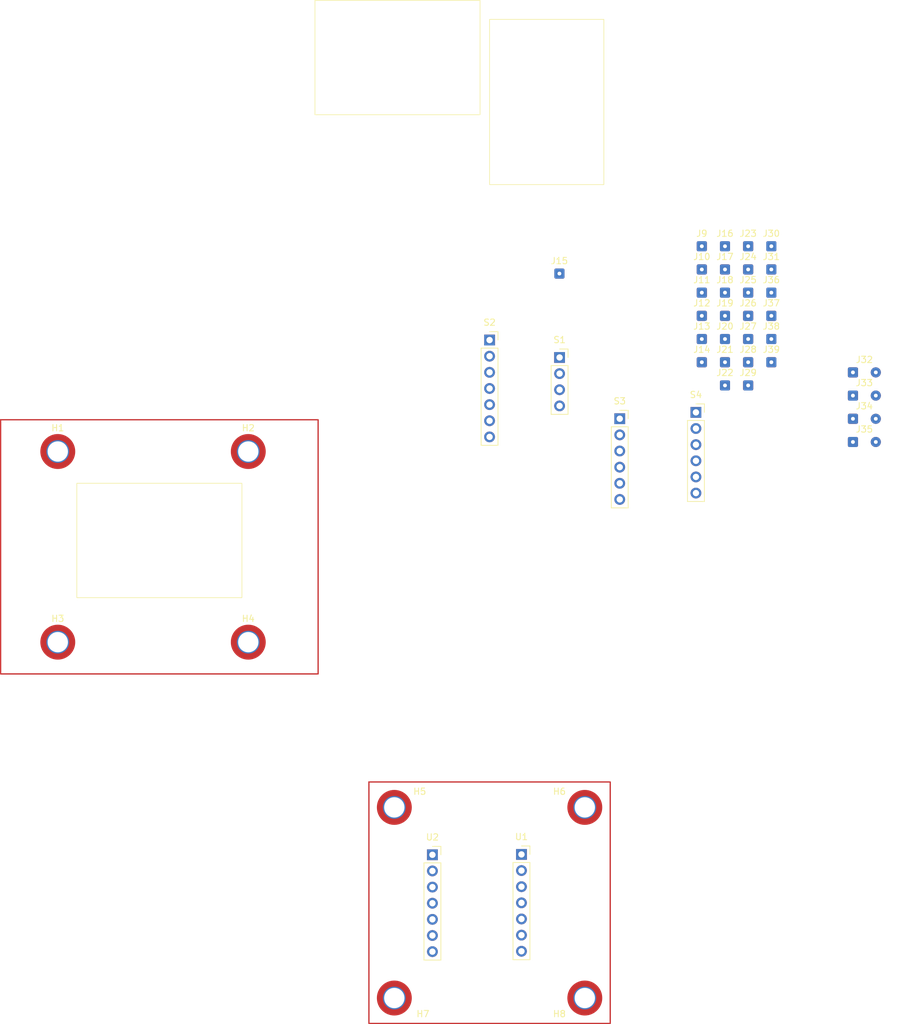
<source format=kicad_pcb>
(kicad_pcb (version 20241229) (generator "pcbnew") (generator_version "9.0")
  (layers (0 "F.Cu" signal) (2 "B.Cu" signal) (13 "F.Paste" user) (15 "B.Paste" user) (5 "F.SilkS" user "F.Silkscreen") (7 "B.SilkS" user "B.Silkscreen") (1 "F.Mask" user) (3 "B.Mask" user) (25 "Edge.Cuts" user))
  (net 0 "")
  (net 1 "/VCC_3V3_MCU")
  (net 2 "/GPIO9")
  (net 3 "/GPIO8")
  (net 4 "/GPIO7")
  (net 5 "/GPIO44")
  (net 6 "/GPIO1")
  (net 7 "/GPIO2")
  (net 8 "/GPIO3")
  (net 9 "/GPIO4")
  (net 10 "/SDA")
  (net 11 "/SCL")
  (net 12 "/GPIO43")
  (net 13 "/VCC_3V3_Sensors")
  (net 14 "/AD0")
  (net 15 "/FSYNC_IN")
  (net 16 "/SCL_EXT")
  (net 17 "/SDA_EXT")
  (net 18 "/CLKIN")
  (net 19 "/INT")
  (net 20 "/SDO{slash}ADR_3V")
  (net 21 "/CS_5V")
  (net 22 "GND")
  (net 23 "Net-(J32-Pin_1)")
  (net 24 "Net-(J33-Pin_1)")
  (net 25 "Net-(J34-Pin_1)")
  (net 26 "Net-(J35-Pin_1)")
  (footprint "Connector_Wire:SolderWire-0.1sqmm_1x01_D0.4mm_OD1mm" (layer "F.Cu") (at 183.425 74.35)
    (property "Reference" "J10" (at 0 -2 0) (layer "F.SilkS"))
    (property "Value" "GPIO9_TH")
    (pad "1" thru_hole roundrect (at 0 0) (size 1.6 1.6) (drill 0.6) (layers "*.Cu" "*.Mask") (roundrect_rratio 0.15625) (net 2 "/GPIO9"))
  )
  (footprint "MountingHole:MountingHole_3.2mm_M3_ISO14580_Pad_TopOnly" (layer "F.Cu") (at 135 159)
    (property "Reference" "H5" (at 4 -2.5 0) (layer "F.SilkS"))
    (property "Value" "MountingHole")
    (pad "1" thru_hole circle (at 0 0) (size 3.6 3.6) (drill 3.2) (layers "*.Cu" "*.Mask"))
    (pad "1" connect circle (at 0 0) (size 5.5 5.5) (layers "F.Cu" "F.Mask"))
  )
  (footprint "Connector_PinSocket_2.54mm:PinSocket_1x06_P2.54mm_Vertical" (layer "F.Cu") (at 182.5 96.84)
    (property "Reference" "S4" (at 0 -2.77 0) (layer "F.SilkS"))
    (property "Value" "AF-MPU6050-Accel/Gyro-L")
    (fp_line (start -1.33 1.27) (end -1.33 14.03) (stroke (width 0.12)) (layer "F.SilkS"))
    (fp_line (start -1.33 1.27) (end 1.33 1.27) (stroke (width 0.12)) (layer "F.SilkS"))
    (fp_line (start -1.33 14.03) (end 1.33 14.03) (stroke (width 0.12)) (layer "F.SilkS"))
    (fp_line (start 0 -1.33) (end 1.33 -1.33) (stroke (width 0.12)) (layer "F.SilkS"))
    (fp_line (start 1.33 -1.33) (end 1.33 0) (stroke (width 0.12)) (layer "F.SilkS"))
    (fp_line (start 1.33 1.27) (end 1.33 14.03) (stroke (width 0.12)) (layer "F.SilkS"))
    (pad "1" thru_hole rect (at 0 0) (size 1.7 1.7) (drill 1) (layers "*.Cu" "*.Mask") (net 14 "/AD0"))
    (pad "2" thru_hole circle (at 0 2.54) (size 1.7 1.7) (drill 1) (layers "*.Cu" "*.Mask") (net 15 "/FSYNC_IN"))
    (pad "3" thru_hole circle (at 0 5.08) (size 1.7 1.7) (drill 1) (layers "*.Cu" "*.Mask") (net 16 "/SCL_EXT"))
    (pad "4" thru_hole circle (at 0 7.62) (size 1.7 1.7) (drill 1) (layers "*.Cu" "*.Mask") (net 17 "/SDA_EXT"))
    (pad "5" thru_hole circle (at 0 10.16) (size 1.7 1.7) (drill 1) (layers "*.Cu" "*.Mask") (net 18 "/CLKIN"))
    (pad "6" thru_hole circle (at 0 12.7) (size 1.7 1.7) (drill 1) (layers "*.Cu" "*.Mask") (net 22 "GND"))
  )
  (footprint "MountingHole:MountingHole_3.2mm_M3_ISO14580_Pad_TopOnly" (layer "F.Cu") (at 165 159)
    (property "Reference" "H6" (at -4 -2.5 0) (layer "F.SilkS"))
    (property "Value" "MountingHole")
    (pad "1" thru_hole circle (at 0 0) (size 3.6 3.6) (drill 3.2) (layers "*.Cu" "*.Mask"))
    (pad "1" connect circle (at 0 0) (size 5.5 5.5) (layers "F.Cu" "F.Mask"))
  )
  (footprint "Connector_Wire:SolderWire-0.1sqmm_1x01_D0.4mm_OD1mm" (layer "F.Cu") (at 183.425 70.7)
    (property "Reference" "J9" (at 0 -2 0) (layer "F.SilkS"))
    (property "Value" "Conn_01x01")
    (pad "1" thru_hole roundrect (at 0 0) (size 1.6 1.6) (drill 0.6) (layers "*.Cu" "*.Mask") (roundrect_rratio 0.15625) (net 1 "/VCC_3V3_MCU"))
  )
  (footprint "Connector_Wire:SolderWire-0.1sqmm_1x01_D0.4mm_OD1mm" (layer "F.Cu") (at 187.075 88.95)
    (property "Reference" "J21" (at 0 -2 0) (layer "F.SilkS"))
    (property "Value" "Conn_01x01")
    (pad "1" thru_hole roundrect (at 0 0) (size 1.6 1.6) (drill 0.6) (layers "*.Cu" "*.Mask") (roundrect_rratio 0.15625) (net 13 "/VCC_3V3_Sensors"))
  )
  (footprint "Connector_PinSocket_2.54mm:PinSocket_1x07_P2.54mm_Vertical" (layer "F.Cu") (at 155.025 166.4)
    (property "Reference" "U1" (at 0 -2.77 0) (layer "F.SilkS"))
    (property "Value" "Seeed-XIAO-ESP32-S3-Module-R")
    (fp_line (start -1.33 1.27) (end -1.33 16.57) (stroke (width 0.12)) (layer "F.SilkS"))
    (fp_line (start -1.33 1.27) (end 1.33 1.27) (stroke (width 0.12)) (layer "F.SilkS"))
    (fp_line (start -1.33 16.57) (end 1.33 16.57) (stroke (width 0.12)) (layer "F.SilkS"))
    (fp_line (start 0 -1.33) (end 1.33 -1.33) (stroke (width 0.12)) (layer "F.SilkS"))
    (fp_line (start 1.33 -1.33) (end 1.33 0) (stroke (width 0.12)) (layer "F.SilkS"))
    (fp_line (start 1.33 1.27) (end 1.33 16.57) (stroke (width 0.12)) (layer "F.SilkS"))
    (pad "1" thru_hole rect (at 0 0) (size 1.7 1.7) (drill 1) (layers "*.Cu" "*.Mask"))
    (pad "2" thru_hole circle (at 0 2.54) (size 1.7 1.7) (drill 1) (layers "*.Cu" "*.Mask") (net 22 "GND"))
    (pad "3" thru_hole circle (at 0 5.08) (size 1.7 1.7) (drill 1) (layers "*.Cu" "*.Mask") (net 1 "/VCC_3V3_MCU"))
    (pad "4" thru_hole circle (at 0 7.62) (size 1.7 1.7) (drill 1) (layers "*.Cu" "*.Mask") (net 2 "/GPIO9"))
    (pad "5" thru_hole circle (at 0 10.16) (size 1.7 1.7) (drill 1) (layers "*.Cu" "*.Mask") (net 3 "/GPIO8"))
    (pad "6" thru_hole circle (at 0 12.7) (size 1.7 1.7) (drill 1) (layers "*.Cu" "*.Mask") (net 4 "/GPIO7"))
    (pad "7" thru_hole circle (at 0 15.24) (size 1.7 1.7) (drill 1) (layers "*.Cu" "*.Mask") (net 5 "/GPIO44"))
  )
  (footprint "Connector_Wire:SolderWire-0.1sqmm_1x01_D0.4mm_OD1mm" (layer "F.Cu") (at 190.725 85.3)
    (property "Reference" "J27" (at 0 -2 0) (layer "F.SilkS"))
    (property "Value" "Conn_01x01")
    (pad "1" thru_hole roundrect (at 0 0) (size 1.6 1.6) (drill 0.6) (layers "*.Cu" "*.Mask") (roundrect_rratio 0.15625) (net 19 "/INT"))
  )
  (footprint "Connector_Wire:SolderWire-0.1sqmm_1x01_D0.4mm_OD1mm" (layer "F.Cu") (at 194.375 78)
    (property "Reference" "J36" (at 0 -2 0) (layer "F.SilkS"))
    (property "Value" "Conn_MCUtoESC_1")
    (pad "1" thru_hole roundrect (at 0 0) (size 1.6 1.6) (drill 0.6) (layers "*.Cu" "*.Mask") (roundrect_rratio 0.15625) (net 23 "Net-(J32-Pin_1)"))
  )
  (footprint "Connector_Wire:SolderWire-0.1sqmm_1x01_D0.4mm_OD1mm" (layer "F.Cu") (at 190.725 74.35)
    (property "Reference" "J24" (at 0 -2 0) (layer "F.SilkS"))
    (property "Value" "Conn_01x01")
    (pad "1" thru_hole roundrect (at 0 0) (size 1.6 1.6) (drill 0.6) (layers "*.Cu" "*.Mask") (roundrect_rratio 0.15625) (net 16 "/SCL_EXT"))
  )
  (footprint "Connector_Wire:SolderWire-0.1sqmm_1x01_D0.4mm_OD1mm" (layer "F.Cu") (at 194.375 81.65)
    (property "Reference" "J37" (at 0 -2 0) (layer "F.SilkS"))
    (property "Value" "Conn_MCUtoESC_2")
    (pad "1" thru_hole roundrect (at 0 0) (size 1.6 1.6) (drill 0.6) (layers "*.Cu" "*.Mask") (roundrect_rratio 0.15625) (net 24 "Net-(J33-Pin_1)"))
  )
  (footprint "Connector_Wire:SolderWire-0.1sqmm_1x01_D0.4mm_OD1mm" (layer "F.Cu") (at 187.075 70.7)
    (property "Reference" "J16" (at 0 -2 0) (layer "F.SilkS"))
    (property "Value" "Conn_01x01")
    (pad "1" thru_hole roundrect (at 0 0) (size 1.6 1.6) (drill 0.6) (layers "*.Cu" "*.Mask") (roundrect_rratio 0.15625) (net 8 "/GPIO3"))
  )
  (footprint "Connector_PinSocket_2.54mm:PinSocket_1x06_P2.54mm_Vertical" (layer "F.Cu") (at 170.5 97.84)
    (property "Reference" "S3" (at 0 -2.77 0) (layer "F.SilkS"))
    (property "Value" "AF-MPU6050-Accel/Gyro-R")
    (fp_line (start -1.33 1.27) (end -1.33 14.03) (stroke (width 0.12)) (layer "F.SilkS"))
    (fp_line (start -1.33 1.27) (end 1.33 1.27) (stroke (width 0.12)) (layer "F.SilkS"))
    (fp_line (start -1.33 14.03) (end 1.33 14.03) (stroke (width 0.12)) (layer "F.SilkS"))
    (fp_line (start 0 -1.33) (end 1.33 -1.33) (stroke (width 0.12)) (layer "F.SilkS"))
    (fp_line (start 1.33 -1.33) (end 1.33 0) (stroke (width 0.12)) (layer "F.SilkS"))
    (fp_line (start 1.33 1.27) (end 1.33 14.03) (stroke (width 0.12)) (layer "F.SilkS"))
    (pad "1" thru_hole rect (at 0 0) (size 1.7 1.7) (drill 1) (layers "*.Cu" "*.Mask") (net 13 "/VCC_3V3_Sensors"))
    (pad "2" thru_hole circle (at 0 2.54) (size 1.7 1.7) (drill 1) (layers "*.Cu" "*.Mask"))
    (pad "3" thru_hole circle (at 0 5.08) (size 1.7 1.7) (drill 1) (layers "*.Cu" "*.Mask") (net 22 "GND"))
    (pad "4" thru_hole circle (at 0 7.62) (size 1.7 1.7) (drill 1) (layers "*.Cu" "*.Mask") (net 11 "/SCL"))
    (pad "5" thru_hole circle (at 0 10.16) (size 1.7 1.7) (drill 1) (layers "*.Cu" "*.Mask") (net 10 "/SDA"))
    (pad "6" thru_hole circle (at 0 12.7) (size 1.7 1.7) (drill 1) (layers "*.Cu" "*.Mask") (net 19 "/INT"))
  )
  (footprint "Connector_Wire:SolderWire-0.1sqmm_1x01_D0.4mm_OD1mm" (layer "F.Cu") (at 183.425 85.3)
    (property "Reference" "J13" (at 0 -2 0) (layer "F.SilkS"))
    (property "Value" "GPIO44 TH")
    (pad "1" thru_hole roundrect (at 0 0) (size 1.6 1.6) (drill 0.6) (layers "*.Cu" "*.Mask") (roundrect_rratio 0.15625) (net 5 "/GPIO44"))
  )
  (footprint "Connector_Wire:SolderWire-0.1sqmm_1x01_D0.4mm_OD1mm" (layer "F.Cu") (at 194.375 88.95)
    (property "Reference" "J39" (at 0 -2 0) (layer "F.SilkS"))
    (property "Value" "Conn_MCUtoESC_4")
    (pad "1" thru_hole roundrect (at 0 0) (size 1.6 1.6) (drill 0.6) (layers "*.Cu" "*.Mask") (roundrect_rratio 0.15625) (net 26 "Net-(J35-Pin_1)"))
  )
  (footprint "Connector_Wire:SolderWire-0.1sqmm_1x01_D0.4mm_OD1mm" (layer "F.Cu") (at 183.425 78)
    (property "Reference" "J11" (at 0 -2 0) (layer "F.SilkS"))
    (property "Value" "GPIO8 TH")
    (pad "1" thru_hole roundrect (at 0 0) (size 1.6 1.6) (drill 0.6) (layers "*.Cu" "*.Mask") (roundrect_rratio 0.15625) (net 3 "/GPIO8"))
  )
  (footprint "Connector_Wire:SolderWire-0.1sqmm_1x01_D0.4mm_OD1mm" (layer "F.Cu") (at 161 75)
    (property "Reference" "J15" (at 0 -2 0) (layer "F.SilkS"))
    (property "Value" "Conn_01x01")
    (pad "1" thru_hole roundrect (at 0 0) (size 1.6 1.6) (drill 0.6) (layers "*.Cu" "*.Mask") (roundrect_rratio 0.15625) (net 7 "/GPIO2"))
  )
  (footprint "Connector_Wire:SolderWire-0.1sqmm_1x01_D0.4mm_OD1mm" (layer "F.Cu") (at 190.725 70.7)
    (property "Reference" "J23" (at 0 -2 0) (layer "F.SilkS"))
    (property "Value" "Conn_01x01")
    (pad "1" thru_hole roundrect (at 0 0) (size 1.6 1.6) (drill 0.6) (layers "*.Cu" "*.Mask") (roundrect_rratio 0.15625) (net 15 "/FSYNC_IN"))
  )
  (footprint "Connector_Wire:SolderWire-0.1sqmm_1x01_D0.4mm_OD1mm" (layer "F.Cu") (at 183.425 88.95)
    (property "Reference" "J14" (at 0 -2 0) (layer "F.SilkS"))
    (property "Value" "Conn_01x01")
    (pad "1" thru_hole roundrect (at 0 0) (size 1.6 1.6) (drill 0.6) (layers "*.Cu" "*.Mask") (roundrect_rratio 0.15625) (net 6 "/GPIO1"))
  )
  (footprint "Connector_Wire:SolderWire-0.1sqmm_1x01_D0.4mm_OD1mm" (layer "F.Cu") (at 187.075 78)
    (property "Reference" "J18" (at 0 -2 0) (layer "F.SilkS"))
    (property "Value" "Conn_01x01")
    (pad "1" thru_hole roundrect (at 0 0) (size 1.6 1.6) (drill 0.6) (layers "*.Cu" "*.Mask") (roundrect_rratio 0.15625) (net 10 "/SDA"))
  )
  (footprint "Connector_Wire:SolderWire-0.1sqmm_1x02_P3.6mm_D0.4mm_OD1mm" (layer "F.Cu") (at 207.225 94.2)
    (property "Reference" "J33" (at 1.8 -2 0) (layer "F.SilkS"))
    (property "Value" "Conn_ESC_SIG_2")
    (pad "1" thru_hole roundrect (at 0 0) (size 1.6 1.6) (drill 0.6) (layers "*.Cu" "*.Mask") (roundrect_rratio 0.15625) (net 24 "Net-(J33-Pin_1)"))
    (pad "2" thru_hole circle (at 3.6 0) (size 1.6 1.6) (drill 0.6) (layers "*.Cu" "*.Mask") (net 22 "GND"))
  )
  (footprint "MountingHole:MountingHole_3.2mm_M3_ISO14580_Pad_TopOnly" (layer "F.Cu") (at 135 189)
    (property "Reference" "H7" (at 4.5 2.5 0) (layer "F.SilkS"))
    (property "Value" "MountingHole")
    (pad "1" thru_hole circle (at 0 0) (size 3.6 3.6) (drill 3.2) (layers "*.Cu" "*.Mask"))
    (pad "1" connect circle (at 0 0) (size 5.5 5.5) (layers "F.Cu" "F.Mask"))
  )
  (footprint "Connector_Wire:SolderWire-0.1sqmm_1x01_D0.4mm_OD1mm" (layer "F.Cu") (at 183.425 81.65)
    (property "Reference" "J12" (at 0 -2 0) (layer "F.SilkS"))
    (property "Value" "GPIO7 TH")
    (pad "1" thru_hole roundrect (at 0 0) (size 1.6 1.6) (drill 0.6) (layers "*.Cu" "*.Mask") (roundrect_rratio 0.15625) (net 4 "/GPIO7"))
  )
  (footprint "Connector_PinSocket_2.54mm:PinSocket_1x07_P2.54mm_Vertical" (layer "F.Cu") (at 150 85.46)
    (property "Reference" "S2" (at 0 -2.77 0) (layer "F.SilkS"))
    (property "Value" "AF-BMP280-Barometer")
    (fp_line (start -1.33 1.27) (end -1.33 16.57) (stroke (width 0.12)) (layer "F.SilkS"))
    (fp_line (start -1.33 1.27) (end 1.33 1.27) (stroke (width 0.12)) (layer "F.SilkS"))
    (fp_line (start -1.33 16.57) (end 1.33 16.57) (stroke (width 0.12)) (layer "F.SilkS"))
    (fp_line (start 0 -1.33) (end 1.33 -1.33) (stroke (width 0.12)) (layer "F.SilkS"))
    (fp_line (start 1.33 -1.33) (end 1.33 0) (stroke (width 0.12)) (layer "F.SilkS"))
    (fp_line (start 1.33 1.27) (end 1.33 16.57) (stroke (width 0.12)) (layer "F.SilkS"))
    (pad "1" thru_hole rect (at 0 0) (size 1.7 1.7) (drill 1) (layers "*.Cu" "*.Mask") (net 13 "/VCC_3V3_Sensors"))
    (pad "2" thru_hole circle (at 0 2.54) (size 1.7 1.7) (drill 1) (layers "*.Cu" "*.Mask"))
    (pad "3" thru_hole circle (at 0 5.08) (size 1.7 1.7) (drill 1) (layers "*.Cu" "*.Mask") (net 22 "GND"))
    (pad "4" thru_hole circle (at 0 7.62) (size 1.7 1.7) (drill 1) (layers "*.Cu" "*.Mask") (net 11 "/SCL"))
    (pad "5" thru_hole circle (at 0 10.16) (size 1.7 1.7) (drill 1) (layers "*.Cu" "*.Mask") (net 20 "/SDO{slash}ADR_3V"))
    (pad "6" thru_hole circle (at 0 12.7) (size 1.7 1.7) (drill 1) (layers "*.Cu" "*.Mask") (net 10 "/SDA"))
    (pad "7" thru_hole circle (at 0 15.24) (size 1.7 1.7) (drill 1) (layers "*.Cu" "*.Mask") (net 21 "/CS_5V"))
  )
  (footprint "Connector_Wire:SolderWire-0.1sqmm_1x01_D0.4mm_OD1mm" (layer "F.Cu") (at 187.075 81.65)
    (property "Reference" "J19" (at 0 -2 0) (layer "F.SilkS"))
    (property "Value" "Conn_01x01")
    (pad "1" thru_hole roundrect (at 0 0) (size 1.6 1.6) (drill 0.6) (layers "*.Cu" "*.Mask") (roundrect_rratio 0.15625) (net 11 "/SCL"))
  )
  (footprint "MountingHole:MountingHole_3.2mm_M3_ISO14580_Pad_TopOnly" (layer "F.Cu") (at 112 133)
    (property "Reference" "H4" (at 0 -3.7 0) (layer "F.SilkS"))
    (property "Value" "MountingHole")
    (pad "1" thru_hole circle (at 0 0) (size 3.6 3.6) (drill 3.2) (layers "*.Cu" "*.Mask"))
    (pad "1" connect circle (at 0 0) (size 5.5 5.5) (layers "F.Cu" "F.Mask"))
  )
  (footprint "Connector_Wire:SolderWire-0.1sqmm_1x01_D0.4mm_OD1mm" (layer "F.Cu") (at 190.725 88.95)
    (property "Reference" "J28" (at 0 -2 0) (layer "F.SilkS"))
    (property "Value" "Conn_01x01")
    (pad "1" thru_hole roundrect (at 0 0) (size 1.6 1.6) (drill 0.6) (layers "*.Cu" "*.Mask") (roundrect_rratio 0.15625) (net 20 "/SDO{slash}ADR_3V"))
  )
  (footprint "Connector_Wire:SolderWire-0.1sqmm_1x01_D0.4mm_OD1mm" (layer "F.Cu") (at 187.075 74.35)
    (property "Reference" "J17" (at 0 -2 0) (layer "F.SilkS"))
    (property "Value" "Conn_01x01")
    (pad "1" thru_hole roundrect (at 0 0) (size 1.6 1.6) (drill 0.6) (layers "*.Cu" "*.Mask") (roundrect_rratio 0.15625) (net 9 "/GPIO4"))
  )
  (footprint "Connector_PinSocket_2.54mm:PinSocket_1x07_P2.54mm_Vertical" (layer "F.Cu") (at 141 166.46)
    (property "Reference" "U2" (at 0 -2.77 0) (layer "F.SilkS"))
    (property "Value" "Seeed-XIAO-ESP32-S3-Module-L")
    (fp_line (start -1.33 1.27) (end -1.33 16.57) (stroke (width 0.12)) (layer "F.SilkS"))
    (fp_line (start -1.33 1.27) (end 1.33 1.27) (stroke (width 0.12)) (layer "F.SilkS"))
    (fp_line (start -1.33 16.57) (end 1.33 16.57) (stroke (width 0.12)) (layer "F.SilkS"))
    (fp_line (start 0 -1.33) (end 1.33 -1.33) (stroke (width 0.12)) (layer "F.SilkS"))
    (fp_line (start 1.33 -1.33) (end 1.33 0) (stroke (width 0.12)) (layer "F.SilkS"))
    (fp_line (start 1.33 1.27) (end 1.33 16.57) (stroke (width 0.12)) (layer "F.SilkS"))
    (pad "1" thru_hole rect (at 0 0) (size 1.7 1.7) (drill 1) (layers "*.Cu" "*.Mask") (net 6 "/GPIO1"))
    (pad "2" thru_hole circle (at 0 2.54) (size 1.7 1.7) (drill 1) (layers "*.Cu" "*.Mask") (net 7 "/GPIO2"))
    (pad "3" thru_hole circle (at 0 5.08) (size 1.7 1.7) (drill 1) (layers "*.Cu" "*.Mask") (net 8 "/GPIO3"))
    (pad "4" thru_hole circle (at 0 7.62) (size 1.7 1.7) (drill 1) (layers "*.Cu" "*.Mask") (net 9 "/GPIO4"))
    (pad "5" thru_hole circle (at 0 10.16) (size 1.7 1.7) (drill 1) (layers "*.Cu" "*.Mask") (net 10 "/SDA"))
    (pad "6" thru_hole circle (at 0 12.7) (size 1.7 1.7) (drill 1) (layers "*.Cu" "*.Mask") (net 11 "/SCL"))
    (pad "7" thru_hole circle (at 0 15.24) (size 1.7 1.7) (drill 1) (layers "*.Cu" "*.Mask") (net 12 "/GPIO43"))
  )
  (footprint "Connector_Wire:SolderWire-0.1sqmm_1x01_D0.4mm_OD1mm" (layer "F.Cu") (at 194.375 74.35)
    (property "Reference" "J31" (at 0 -2 0) (layer "F.SilkS"))
    (property "Value" "Conn_SDA_Sensors")
    (pad "1" thru_hole roundrect (at 0 0) (size 1.6 1.6) (drill 0.6) (layers "*.Cu" "*.Mask") (roundrect_rratio 0.15625) (net 10 "/SDA"))
  )
  (footprint "Connector_PinSocket_2.54mm:PinSocket_1x04_P2.54mm_Vertical" (layer "F.Cu") (at 161.025 88.2)
    (property "Reference" "S1" (at 0 -2.77 0) (layer "F.SilkS"))
    (property "Value" "AF-QMC5883P-Magnetometer")
    (fp_line (start -1.33 1.27) (end -1.33 8.95) (stroke (width 0.12)) (layer "F.SilkS"))
    (fp_line (start -1.33 1.27) (end 1.33 1.27) (stroke (width 0.12)) (layer "F.SilkS"))
    (fp_line (start -1.33 8.95) (end 1.33 8.95) (stroke (width 0.12)) (layer "F.SilkS"))
    (fp_line (start 0 -1.33) (end 1.33 -1.33) (stroke (width 0.12)) (layer "F.SilkS"))
    (fp_line (start 1.33 -1.33) (end 1.33 0) (stroke (width 0.12)) (layer "F.SilkS"))
    (fp_line (start 1.33 1.27) (end 1.33 8.95) (stroke (width 0.12)) (layer "F.SilkS"))
    (pad "1" thru_hole rect (at 0 0) (size 1.7 1.7) (drill 1) (layers "*.Cu" "*.Mask") (net 13 "/VCC_3V3_Sensors"))
    (pad "2" thru_hole circle (at 0 2.54) (size 1.7 1.7) (drill 1) (layers "*.Cu" "*.Mask"))
    (pad "3" thru_hole circle (at 0 5.08) (size 1.7 1.7) (drill 1) (layers "*.Cu" "*.Mask") (net 22 "GND"))
    (pad "4" thru_hole circle (at 0 7.62) (size 1.7 1.7) (drill 1) (layers "*.Cu" "*.Mask") (net 11 "/SCL"))
  )
  (footprint "Connector_Wire:SolderWire-0.1sqmm_1x01_D0.4mm_OD1mm" (layer "F.Cu") (at 187.075 92.6)
    (property "Reference" "J22" (at 0 -2 0) (layer "F.SilkS"))
    (property "Value" "Conn_01x01")
    (pad "1" thru_hole roundrect (at 0 0) (size 1.6 1.6) (drill 0.6) (layers "*.Cu" "*.Mask") (roundrect_rratio 0.15625) (net 14 "/AD0"))
  )
  (footprint "Connector_Wire:SolderWire-0.1sqmm_1x02_P3.6mm_D0.4mm_OD1mm" (layer "F.Cu") (at 207.225 90.55)
    (property "Reference" "J32" (at 1.8 -2 0) (layer "F.SilkS"))
    (property "Value" "Conn_ESC_SIG_1")
    (pad "1" thru_hole roundrect (at 0 0) (size 1.6 1.6) (drill 0.6) (layers "*.Cu" "*.Mask") (roundrect_rratio 0.15625) (net 23 "Net-(J32-Pin_1)"))
    (pad "2" thru_hole circle (at 3.6 0) (size 1.6 1.6) (drill 0.6) (layers "*.Cu" "*.Mask") (net 22 "GND"))
  )
  (footprint "Connector_Wire:SolderWire-0.1sqmm_1x01_D0.4mm_OD1mm" (layer "F.Cu") (at 187.075 85.3)
    (property "Reference" "J20" (at 0 -2 0) (layer "F.SilkS"))
    (property "Value" "Conn_01x01")
    (pad "1" thru_hole roundrect (at 0 0) (size 1.6 1.6) (drill 0.6) (layers "*.Cu" "*.Mask") (roundrect_rratio 0.15625) (net 12 "/GPIO43"))
  )
  (footprint "MountingHole:MountingHole_3.2mm_M3_ISO14580_Pad_TopOnly" (layer "F.Cu") (at 82 133)
    (property "Reference" "H3" (at 0 -3.7 0) (layer "F.SilkS"))
    (property "Value" "MountingHole")
    (pad "1" thru_hole circle (at 0 0) (size 3.6 3.6) (drill 3.2) (layers "*.Cu" "*.Mask"))
    (pad "1" connect circle (at 0 0) (size 5.5 5.5) (layers "F.Cu" "F.Mask"))
  )
  (footprint "Connector_Wire:SolderWire-0.1sqmm_1x01_D0.4mm_OD1mm" (layer "F.Cu") (at 190.725 81.65)
    (property "Reference" "J26" (at 0 -2 0) (layer "F.SilkS"))
    (property "Value" "Conn_01x01")
    (pad "1" thru_hole roundrect (at 0 0) (size 1.6 1.6) (drill 0.6) (layers "*.Cu" "*.Mask") (roundrect_rratio 0.15625) (net 18 "/CLKIN"))
  )
  (footprint "MountingHole:MountingHole_3.2mm_M3_ISO14580_Pad_TopOnly" (layer "F.Cu") (at 112 103)
    (property "Reference" "H2" (at 0 -3.7 0) (layer "F.SilkS"))
    (property "Value" "MountingHole")
    (pad "1" thru_hole circle (at 0 0) (size 3.6 3.6) (drill 3.2) (layers "*.Cu" "*.Mask"))
    (pad "1" connect circle (at 0 0) (size 5.5 5.5) (layers "F.Cu" "F.Mask"))
  )
  (footprint "Connector_Wire:SolderWire-0.1sqmm_1x01_D0.4mm_OD1mm" (layer "F.Cu") (at 194.375 85.3)
    (property "Reference" "J38" (at 0 -2 0) (layer "F.SilkS"))
    (property "Value" "Conn_MCUtoESC_3")
    (pad "1" thru_hole roundrect (at 0 0) (size 1.6 1.6) (drill 0.6) (layers "*.Cu" "*.Mask") (roundrect_rratio 0.15625) (net 25 "Net-(J34-Pin_1)"))
  )
  (footprint "MountingHole:MountingHole_3.2mm_M3_ISO14580_Pad_TopOnly" (layer "F.Cu") (at 82 103)
    (property "Reference" "H1" (at 0 -3.7 0) (layer "F.SilkS"))
    (property "Value" "MountingHole")
    (pad "1" thru_hole circle (at 0 0) (size 3.6 3.6) (drill 3.2) (layers "*.Cu" "*.Mask"))
    (pad "1" connect circle (at 0 0) (size 5.5 5.5) (layers "F.Cu" "F.Mask"))
  )
  (footprint "MountingHole:MountingHole_3.2mm_M3_ISO14580_Pad_TopOnly" (layer "F.Cu") (at 165 189)
    (property "Reference" "H8" (at -4 2.5 0) (layer "F.SilkS"))
    (property "Value" "MountingHole")
    (pad "1" thru_hole circle (at 0 0) (size 3.6 3.6) (drill 3.2) (layers "*.Cu" "*.Mask"))
    (pad "1" connect circle (at 0 0) (size 5.5 5.5) (layers "F.Cu" "F.Mask"))
  )
  (footprint "Connector_Wire:SolderWire-0.1sqmm_1x02_P3.6mm_D0.4mm_OD1mm" (layer "F.Cu") (at 207.225 97.85)
    (property "Reference" "J34" (at 1.8 -2 0) (layer "F.SilkS"))
    (property "Value" "Conn_ESC_SIG_3")
    (pad "1" thru_hole roundrect (at 0 0) (size 1.6 1.6) (drill 0.6) (layers "*.Cu" "*.Mask") (roundrect_rratio 0.15625) (net 25 "Net-(J34-Pin_1)"))
    (pad "2" thru_hole circle (at 3.6 0) (size 1.6 1.6) (drill 0.6) (layers "*.Cu" "*.Mask") (net 22 "GND"))
  )
  (footprint "Connector_Wire:SolderWire-0.1sqmm_1x01_D0.4mm_OD1mm" (layer "F.Cu") (at 194.375 70.7)
    (property "Reference" "J30" (at 0 -2 0) (layer "F.SilkS"))
    (property "Value" "Conn_SCL_Sensors")
    (pad "1" thru_hole roundrect (at 0 0) (size 1.6 1.6) (drill 0.6) (layers "*.Cu" "*.Mask") (roundrect_rratio 0.15625) (net 11 "/SCL"))
  )
  (footprint "Connector_Wire:SolderWire-0.1sqmm_1x01_D0.4mm_OD1mm" (layer "F.Cu") (at 190.725 92.6)
    (property "Reference" "J29" (at 0 -2 0) (layer "F.SilkS"))
    (property "Value" "Conn_01x01")
    (pad "1" thru_hole roundrect (at 0 0) (size 1.6 1.6) (drill 0.6) (layers "*.Cu" "*.Mask") (roundrect_rratio 0.15625) (net 21 "/CS_5V"))
  )
  (footprint "Connector_Wire:SolderWire-0.1sqmm_1x01_D0.4mm_OD1mm" (layer "F.Cu") (at 190.725 78)
    (property "Reference" "J25" (at 0 -2 0) (layer "F.SilkS"))
    (property "Value" "Conn_01x01")
    (pad "1" thru_hole roundrect (at 0 0) (size 1.6 1.6) (drill 0.6) (layers "*.Cu" "*.Mask") (roundrect_rratio 0.15625) (net 17 "/SDA_EXT"))
  )
  (footprint "Connector_Wire:SolderWire-0.1sqmm_1x02_P3.6mm_D0.4mm_OD1mm" (layer "F.Cu") (at 207.225 101.5)
    (property "Reference" "J35" (at 1.8 -2 0) (layer "F.SilkS"))
    (property "Value" "Conn_ESC_SIG_4")
    (pad "1" thru_hole roundrect (at 0 0) (size 1.6 1.6) (drill 0.6) (layers "*.Cu" "*.Mask") (roundrect_rratio 0.15625) (net 26 "Net-(J35-Pin_1)"))
    (pad "2" thru_hole circle (at 3.6 0) (size 1.6 1.6) (drill 0.6) (layers "*.Cu" "*.Mask") (net 22 "GND"))
  )
  (gr_rect (start 131 155) (end 169 193) (stroke (width 0.2)) (fill no) (layer "F.Cu"))
  (gr_rect (start 73 98) (end 123 138) (stroke (width 0.2)) (fill no) (layer "F.Cu"))
  (gr_rect (start 150 35) (end 168 61) (stroke (width 0.1)) (fill no) (layer "F.SilkS"))
  (gr_rect (start 122.5 32) (end 148.5 50) (stroke (width 0.1)) (fill no) (layer "F.SilkS"))
  (gr_rect (start 85 108) (end 111 126) (stroke (width 0.1)) (fill no) (layer "F.SilkS"))
)
</source>
